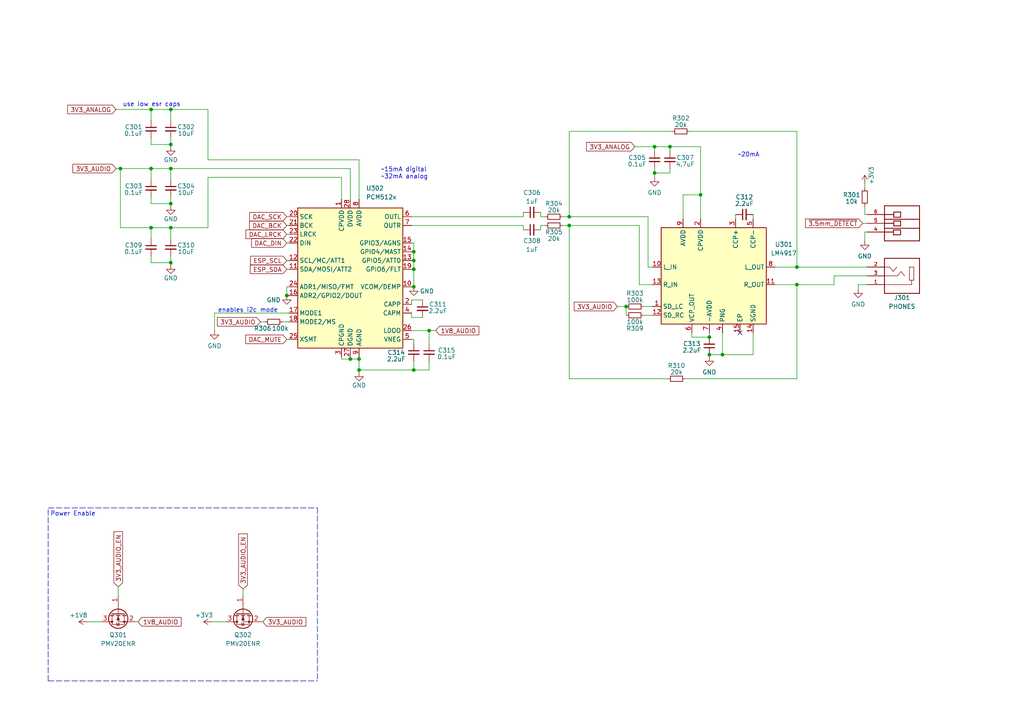
<source format=kicad_sch>
(kicad_sch (version 20211123) (generator eeschema)
  (paper "A4")
  (title_block (date "2022-09-04") (rev "1"))
  (lib_symbols
    (symbol "Audio:PCM5121PW"
      (property "Reference" "U" (at -13.97 21.59 0))
      (property "Value" "PCM5121PW" (at 10.16 21.59 0))
      (symbol "PCM5121PW_0_1"
        (rectangle (start -15.24 20.32) (end 15.24 -20.32) (stroke (width 0.254)) (fill (type background)))
      )
      (symbol "PCM5121PW_1_1"
        (pin power_in line (at -2.54 22.86 270) (length 2.54) (name "CPVDD") (number "1"))
        (pin bidirectional line (at 17.78 -2.54 180) (length 2.54) (name "VCOM/DEMP") (number "10"))
        (pin bidirectional line (at -17.78 2.54 0) (length 2.54) (name "SDA/MOSI/ATT2") (number "11"))
        (pin input line (at -17.78 5.08 0) (length 2.54) (name "SCL/MC/ATT1") (number "12"))
        (pin bidirectional line (at 17.78 5.08 180) (length 2.54) (name "GPIO5/ATT0") (number "13"))
        (pin bidirectional line (at 17.78 7.62 180) (length 2.54) (name "GPIO4/MAST") (number "14"))
        (pin bidirectional line (at 17.78 10.16 180) (length 2.54) (name "GPIO3/AGNS") (number "15"))
        (pin bidirectional line (at -17.78 -5.08 0) (length 2.54) (name "ADR2/GPIO2/DOUT") (number "16"))
        (pin input line (at -17.78 -10.16 0) (length 2.54) (name "MODE1") (number "17"))
        (pin input line (at -17.78 -12.7 0) (length 2.54) (name "MODE2/MS") (number "18"))
        (pin bidirectional line (at 17.78 2.54 180) (length 2.54) (name "GPIO6/FLT") (number "19"))
        (pin passive line (at 17.78 -7.62 180) (length 2.54) (name "CAPP") (number "2"))
        (pin input line (at -17.78 17.78 0) (length 2.54) (name "SCK") (number "20"))
        (pin bidirectional line (at -17.78 15.24 0) (length 2.54) (name "BCK") (number "21"))
        (pin input line (at -17.78 10.16 0) (length 2.54) (name "DIN") (number "22"))
        (pin bidirectional line (at -17.78 12.7 0) (length 2.54) (name "LRCK") (number "23"))
        (pin bidirectional line (at -17.78 -2.54 0) (length 2.54) (name "ADR1/MISO/FMT") (number "24"))
        (pin input line (at -17.78 -17.78 0) (length 2.54) (name "XSMT") (number "25"))
        (pin passive line (at 17.78 -15.24 180) (length 2.54) (name "LDOO") (number "26"))
        (pin power_in line (at 0 -22.86 90) (length 2.54) (name "DGND") (number "27"))
        (pin power_in line (at 0 22.86 270) (length 2.54) (name "DVDD") (number "28"))
        (pin power_in line (at -2.54 -22.86 90) (length 2.54) (name "CPGND") (number "3"))
        (pin passive line (at 17.78 -10.16 180) (length 2.54) (name "CAPM") (number "4"))
        (pin passive line (at 17.78 -17.78 180) (length 2.54) (name "VNEG") (number "5"))
        (pin output line (at 17.78 17.78 180) (length 2.54) (name "OUTL") (number "6"))
        (pin output line (at 17.78 15.24 180) (length 2.54) (name "OUTR") (number "7"))
        (pin power_in line (at 2.54 22.86 270) (length 2.54) (name "AVDD") (number "8"))
        (pin power_in line (at 2.54 -22.86 90) (length 2.54) (name "AGND") (number "9"))
      )
    )
    (symbol "Device:C_Small" (pin_numbers hide) (pin_names (offset 0.254) hide)
      (property "Reference" "C" (at 0.254 1.778 0))
      (property "Value" "C_Small" (at 0.254 -2.032 0))
      (symbol "C_Small_0_1"
        (polyline (pts (xy -1.524 -0.508) (xy 1.524 -0.508)) (stroke (width 0.3302)))
        (polyline (pts (xy -1.524 0.508) (xy 1.524 0.508)) (stroke (width 0.3048)))
      )
      (symbol "C_Small_1_1"
        (pin passive line (at 0 2.54 270) (length 2.032) (name "~") (number "1"))
        (pin passive line (at 0 -2.54 90) (length 2.032) (name "~") (number "2"))
      )
    )
    (symbol "Device:R_Small" (pin_numbers hide) (pin_names (offset 0.254) hide)
      (property "Reference" "R" (at 0.762 0.508 0))
      (property "Value" "R_Small" (at 0.762 -1.016 0))
      (symbol "R_Small_0_1"
        (rectangle (start -0.762 1.778) (end 0.762 -1.778) (stroke (width 0.2032)))
      )
      (symbol "R_Small_1_1"
        (pin passive line (at 0 2.54 270) (length 0.762) (name "~") (number "1"))
        (pin passive line (at 0 -2.54 90) (length 0.762) (name "~") (number "2"))
      )
    )
    (symbol "Transistor_FET:2N7002" (pin_names hide)
      (property "Reference" "Q" (at 5.08 1.905 0))
      (property "Value" "2N7002" (at 5.08 0 0))
      (symbol "2N7002_0_1"
        (polyline (pts (xy 0.254 0) (xy -2.54 0)))
        (polyline (pts (xy 0.254 1.905) (xy 0.254 -1.905)) (stroke (width 0.254)))
        (polyline (pts (xy 0.762 -1.27) (xy 0.762 -2.286)) (stroke (width 0.254)))
        (polyline (pts (xy 0.762 0.508) (xy 0.762 -0.508)) (stroke (width 0.254)))
        (polyline (pts (xy 0.762 2.286) (xy 0.762 1.27)) (stroke (width 0.254)))
        (polyline (pts (xy 2.54 2.54) (xy 2.54 1.778)))
        (polyline (pts (xy 2.54 -2.54) (xy 2.54 0) (xy 0.762 0)))
        (polyline (pts (xy 0.762 -1.778) (xy 3.302 -1.778) (xy 3.302 1.778) (xy 0.762 1.778)))
        (polyline (pts (xy 1.016 0) (xy 2.032 0.381) (xy 2.032 -0.381) (xy 1.016 0)) (fill (type outline)))
        (polyline (pts (xy 2.794 0.508) (xy 2.921 0.381) (xy 3.683 0.381) (xy 3.81 0.254)))
        (polyline (pts (xy 3.302 0.381) (xy 2.921 -0.254) (xy 3.683 -0.254) (xy 3.302 0.381)))
        (circle (center 1.651 0) (radius 2.794) (stroke (width 0.254)))
        (circle (center 2.54 -1.778) (radius 0.254) (fill (type outline)))
        (circle (center 2.54 1.778) (radius 0.254) (fill (type outline)))
      )
      (symbol "2N7002_1_1"
        (pin input line (at -5.08 0 0) (length 2.54) (name "G") (number "1"))
        (pin passive line (at 2.54 -5.08 90) (length 2.54) (name "S") (number "2"))
        (pin passive line (at 2.54 5.08 270) (length 2.54) (name "D") (number "3"))
      )
    )
    (symbol "power:+1V8" (power) (pin_names (offset 0))
      (property "Value" "+1V8" (at 0 3.556 0))
      (symbol "+1V8_0_1"
        (polyline (pts (xy -0.762 1.27) (xy 0 2.54)))
        (polyline (pts (xy 0 0) (xy 0 2.54)))
        (polyline (pts (xy 0 2.54) (xy 0.762 1.27)))
      )
      (symbol "+1V8_1_1"
        (pin power_in line (at 0 0 90) (length 0) hide (name "+1V8") (number "1"))
      )
    )
    (symbol "power:+3V3" (power) (pin_names (offset 0))
      (property "Value" "+3V3" (at 0 3.556 0))
      (symbol "+3V3_0_1"
        (polyline (pts (xy -0.762 1.27) (xy 0 2.54)))
        (polyline (pts (xy 0 0) (xy 0 2.54)))
        (polyline (pts (xy 0 2.54) (xy 0.762 1.27)))
      )
      (symbol "+3V3_1_1"
        (pin power_in line (at 0 0 90) (length 0) hide (name "+3V3") (number "1"))
      )
    )
    (symbol "power:GND" (power) (pin_names (offset 0))
      (property "Value" "GND" (at 0 -3.81 0))
      (symbol "GND_0_1"
        (polyline (pts (xy 0 0) (xy 0 -1.27) (xy 1.27 -1.27) (xy 0 -2.54) (xy -1.27 -1.27) (xy 0 -1.27)))
      )
      (symbol "GND_1_1"
        (pin power_in line (at 0 0 270) (length 0) hide (name "GND") (number "1"))
      )
    )
    (symbol "symbols:LM4917"
      (property "Reference" "U" (at 0 0 0))
      (property "Value" "LM4917" (at 0 0 0))
      (symbol "LM4917_0_0"
        (pin power_in line (at -17.78 -2.54 0) (length 2.54) (name "R_IN") (number "13"))
        (pin power_in line (at 11.43 -16.51 90) (length 2.54) (name "SGND") (number "14"))
        (pin power_in line (at 7.62 -16.51 90) (length 2.54) (name "EP") (number "15"))
        (pin passive line (at 6.35 16.51 270) (length 2.54) (name "CCP+") (number "3"))
      )
      (symbol "LM4917_0_1"
        (rectangle (start -15.24 13.97) (end 15.24 -13.97) (stroke (width 0.254)) (fill (type background)))
      )
      (symbol "LM4917_1_1"
        (pin output line (at -17.78 -8.89 0) (length 2.54) (name "SD_LC") (number "1"))
        (pin output line (at -17.78 2.54 0) (length 2.54) (name "L_IN") (number "10"))
        (pin power_in line (at 17.78 -2.54 180) (length 2.54) (name "R_OUT") (number "11"))
        (pin power_in line (at -17.78 -11.43 0) (length 2.54) (name "SD_RC") (number "12"))
        (pin power_in line (at -3.81 16.51 270) (length 2.54) (name "CPVDD") (number "2"))
        (pin output line (at 2.54 -16.51 90) (length 2.54) (name "PNG") (number "4"))
        (pin output line (at 11.43 16.51 270) (length 2.54) (name "CCP-") (number "5"))
        (pin input line (at -6.35 -16.51 90) (length 2.54) (name "VCP_OUT") (number "6"))
        (pin power_in line (at -1.27 -16.51 90) (length 2.54) (name "-AVDD") (number "7"))
        (pin power_in line (at 17.78 2.54 180) (length 2.54) (name "L_OUT") (number "8"))
        (pin input line (at -8.89 16.51 270) (length 2.54) (name "AVDD") (number "9"))
      )
    )
    (symbol "symbols:SJ-3566AN" (pin_names (offset 1.016) hide)
      (property "Reference" "J301" (at 0 6.35 0))
      (property "Value" "PHONES" (at 0 8.89 0))
      (symbol "SJ-3566AN_0_0"
        (polyline (pts (xy -5.1054 -13.7922) (xy 5.0038 -13.7922)) (stroke (width 0.254)))
        (polyline (pts (xy -5.08 -20.32) (xy 5.08 -20.32)) (stroke (width 0.254)))
        (polyline (pts (xy -5.08 -10.16) (xy -5.08 -20.32)) (stroke (width 0.254)))
        (polyline (pts (xy -5.08 -5.08) (xy 5.08 -5.08)) (stroke (width 0.254)))
        (polyline (pts (xy -5.08 5.08) (xy -5.08 -5.08)) (stroke (width 0.254)))
        (polyline (pts (xy -3.429 -2.54) (xy -2.159 -2.54)) (stroke (width 0.1524)))
        (polyline (pts (xy -3.429 1.27) (xy -3.429 -2.54)) (stroke (width 0.1524)))
        (polyline (pts (xy -2.794 1.27) (xy -3.429 1.27)) (stroke (width 0.1524)))
        (polyline (pts (xy -2.794 1.27) (xy -2.794 2.54)) (stroke (width 0.1524)))
        (polyline (pts (xy -2.794 2.54) (xy 5.08 2.54)) (stroke (width 0.1524)))
        (polyline (pts (xy -2.159 -2.54) (xy -2.159 1.27)) (stroke (width 0.1524)))
        (polyline (pts (xy -2.159 1.27) (xy -2.794 1.27)) (stroke (width 0.1524)))
        (polyline (pts (xy 0.254 -1.27) (xy -0.762 0)) (stroke (width 0.1524)))
        (polyline (pts (xy 0.4064 -18.4912) (xy 0.4064 -16.9926)) (stroke (width 0.254)))
        (polyline (pts (xy 0.4064 -16.9926) (xy 2.3876 -16.9926)) (stroke (width 0.254)))
        (polyline (pts (xy 0.4064 -15.9004) (xy 0.4064 -14.5034)) (stroke (width 0.254)))
        (polyline (pts (xy 0.4064 -14.5034) (xy 2.3876 -14.5034)) (stroke (width 0.254)))
        (polyline (pts (xy 0.4064 -11.9126) (xy 0.4064 -13.3096)) (stroke (width 0.254)))
        (polyline (pts (xy 0.508 -13.3096) (xy 2.4892 -13.3096)) (stroke (width 0.254)))
        (polyline (pts (xy 1.27 0) (xy 0.254 -1.27)) (stroke (width 0.1524)))
        (polyline (pts (xy 1.524 -2.54) (xy 2.54 -1.27)) (stroke (width 0.1524)))
        (polyline (pts (xy 2.3876 -18.4912) (xy 0.4064 -18.4912)) (stroke (width 0.254)))
        (polyline (pts (xy 2.3876 -16.9926) (xy 2.3876 -18.4912)) (stroke (width 0.254)))
        (polyline (pts (xy 2.3876 -15.9004) (xy 0.4064 -15.9004)) (stroke (width 0.254)))
        (polyline (pts (xy 2.3876 -14.5034) (xy 2.3876 -15.9004)) (stroke (width 0.254)))
        (polyline (pts (xy 2.4892 -13.3096) (xy 2.4892 -11.9126)) (stroke (width 0.254)))
        (polyline (pts (xy 2.4892 -11.9126) (xy 0.508 -11.9126)) (stroke (width 0.254)))
        (polyline (pts (xy 2.54 -1.27) (xy 3.556 -2.54)) (stroke (width 0.1524)))
        (polyline (pts (xy 5.08 -20.32) (xy 5.08 -17.78)) (stroke (width 0.254)))
        (polyline (pts (xy 5.08 -17.78) (xy 2.54 -17.78)) (stroke (width 0.254)))
        (polyline (pts (xy 5.08 -17.78) (xy 5.08 -15.24)) (stroke (width 0.254)))
        (polyline (pts (xy 5.08 -15.24) (xy 2.54 -15.24)) (stroke (width 0.254)))
        (polyline (pts (xy 5.08 -15.24) (xy 5.08 -12.7)) (stroke (width 0.254)))
        (polyline (pts (xy 5.08 -12.7) (xy 2.54 -12.7)) (stroke (width 0.254)))
        (polyline (pts (xy 5.08 -12.7) (xy 5.08 -10.16)) (stroke (width 0.254)))
        (polyline (pts (xy 5.08 -10.16) (xy -5.08 -10.16)) (stroke (width 0.254)))
        (polyline (pts (xy 5.08 -5.08) (xy 5.08 -2.54)) (stroke (width 0.254)))
        (polyline (pts (xy 5.08 -2.54) (xy 3.556 -2.54)) (stroke (width 0.1524)))
        (polyline (pts (xy 5.08 -2.54) (xy 5.08 0)) (stroke (width 0.254)))
        (polyline (pts (xy 5.08 0) (xy 1.27 0)) (stroke (width 0.1524)))
        (polyline (pts (xy 5.08 0) (xy 5.08 2.54)) (stroke (width 0.254)))
        (polyline (pts (xy 5.08 2.54) (xy 5.08 5.08)) (stroke (width 0.254)))
        (polyline (pts (xy 5.08 5.08) (xy -5.08 5.08)) (stroke (width 0.254)))
        (polyline (pts (xy 5.1054 -16.4084) (xy -5.1054 -16.4084)) (stroke (width 0.254)))
        (pin passive line (at 10.16 2.54 180) (length 5.08) (name "~") (number "1"))
        (pin passive line (at 10.16 -2.54 180) (length 5.08) (name "~") (number "2"))
        (pin passive line (at 10.16 0 180) (length 5.08) (name "~") (number "3"))
        (pin passive line (at 10.16 -12.7 180) (length 5.08) (name "~") (number "4"))
        (pin passive line (at 10.16 -15.24 180) (length 5.08) (name "~") (number "5"))
        (pin passive line (at 10.16 -17.78 180) (length 5.08) (name "~") (number "6"))
      )
    )
  )
  (junction (at 120.015 83.185))
  (junction (at 120.015 75.565))
  (junction (at 120.015 73.025))
  (junction (at 49.53 31.75))
  (junction (at 205.74 102.87))
  (junction (at 104.14 107.315))
  (junction (at 189.865 42.545))
  (junction (at 49.53 41.91))
  (junction (at 34.925 48.895))
  (junction (at 189.865 50.165))
  (junction (at 101.6 104.14))
  (junction (at 49.53 76.2))
  (junction (at 231.14 82.55))
  (junction (at 49.53 59.055))
  (junction (at 203.2 56.515))
  (junction (at 209.55 102.87))
  (junction (at 104.14 104.14))
  (junction (at 205.74 97.79))
  (junction (at 124.46 95.885))
  (junction (at 120.015 78.105))
  (junction (at 120.015 107.315))
  (junction (at 194.31 42.545))
  (junction (at 165.1 65.405))
  (junction (at 49.53 48.895))
  (junction (at 43.815 66.04))
  (junction (at 43.815 48.895))
  (junction (at 181.61 88.9))
  (junction (at 43.815 31.75))
  (junction (at 49.53 66.04))
  (junction (at 83.185 85.725))
  (junction (at 165.1 62.865))
  (junction (at 231.14 77.47))
  (no_connect (at 214.63 96.52))
  (polyline (pts (xy 13.97 197.485) (xy 13.97 147.32)))
  (wire (pts (xy 250.825 67.31) (xy 250.825 69.85)))
  (wire (pts (xy 187.96 62.865) (xy 187.96 77.47)))
  (wire (pts (xy 156.845 65.405) (xy 156.845 66.675)))
  (wire (pts (xy 119.38 86.995) (xy 119.38 88.265)))
  (wire (pts (xy 119.38 75.565) (xy 120.015 75.565)))
  (wire (pts (xy 49.53 40.005) (xy 49.53 41.91)))
  (wire (pts (xy 251.46 62.23) (xy 250.825 62.23)))
  (wire (pts (xy 101.6 104.14) (xy 104.14 104.14)))
  (wire (pts (xy 251.46 67.31) (xy 250.825 67.31)))
  (wire (pts (xy 158.115 62.865) (xy 156.845 62.865)))
  (wire (pts (xy 231.14 82.55) (xy 231.14 109.855)))
  (wire (pts (xy 156.845 62.865) (xy 156.845 61.595)))
  (wire (pts (xy 151.765 65.405) (xy 151.765 66.675)))
  (wire (pts (xy 43.815 76.2) (xy 49.53 76.2)))
  (wire (pts (xy 231.14 109.855) (xy 198.755 109.855)))
  (wire (pts (xy 213.36 62.23) (xy 213.36 63.5)))
  (wire (pts (xy 224.79 82.55) (xy 231.14 82.55)))
  (wire (pts (xy 43.815 52.07) (xy 43.815 48.895)))
  (wire (pts (xy 43.815 41.91) (xy 49.53 41.91)))
  (polyline (pts (xy 13.97 197.485) (xy 92.075 197.485)))
  (wire (pts (xy 251.46 82.55) (xy 248.92 82.55)))
  (wire (pts (xy 60.325 31.75) (xy 60.325 46.355)))
  (wire (pts (xy 124.46 107.315) (xy 120.015 107.315)))
  (wire (pts (xy 119.38 95.885) (xy 124.46 95.885)))
  (wire (pts (xy 165.1 38.1) (xy 194.945 38.1)))
  (wire (pts (xy 70.485 170.815) (xy 70.485 172.72)))
  (wire (pts (xy 181.61 88.9) (xy 181.61 91.44)))
  (wire (pts (xy 61.595 180.34) (xy 65.405 180.34)))
  (wire (pts (xy 189.865 42.545) (xy 189.865 43.815)))
  (wire (pts (xy 34.29 170.18) (xy 34.29 172.72)))
  (wire (pts (xy 49.53 31.75) (xy 60.325 31.75)))
  (wire (pts (xy 33.655 31.75) (xy 43.815 31.75)))
  (wire (pts (xy 104.14 57.785) (xy 104.14 46.355)))
  (wire (pts (xy 25.4 180.34) (xy 29.21 180.34)))
  (wire (pts (xy 81.915 93.345) (xy 83.82 93.345)))
  (wire (pts (xy 49.53 76.835) (xy 49.53 76.2)))
  (wire (pts (xy 119.38 62.865) (xy 151.765 62.865)))
  (wire (pts (xy 40.005 180.34) (xy 39.37 180.34)))
  (wire (pts (xy 49.53 59.69) (xy 49.53 59.055)))
  (wire (pts (xy 218.44 96.52) (xy 218.44 102.87)))
  (wire (pts (xy 34.925 48.895) (xy 43.815 48.895)))
  (wire (pts (xy 49.53 31.75) (xy 43.815 31.75)))
  (wire (pts (xy 185.42 65.405) (xy 165.1 65.405)))
  (wire (pts (xy 83.185 62.865) (xy 83.82 62.865)))
  (wire (pts (xy 49.53 66.04) (xy 43.815 66.04)))
  (wire (pts (xy 99.06 104.14) (xy 101.6 104.14)))
  (wire (pts (xy 120.015 70.485) (xy 120.015 73.025)))
  (wire (pts (xy 241.935 82.55) (xy 241.935 80.01)))
  (wire (pts (xy 33.655 48.895) (xy 34.925 48.895)))
  (polyline (pts (xy 13.97 147.32) (xy 92.075 147.32)))
  (wire (pts (xy 83.185 83.185) (xy 83.185 85.725)))
  (wire (pts (xy 49.53 57.15) (xy 49.53 59.055)))
  (wire (pts (xy 179.07 88.9) (xy 181.61 88.9)))
  (wire (pts (xy 122.555 92.075) (xy 119.38 92.075)))
  (wire (pts (xy 165.1 62.865) (xy 163.195 62.865)))
  (wire (pts (xy 119.38 73.025) (xy 120.015 73.025)))
  (polyline (pts (xy 92.075 147.32) (xy 92.075 197.485)))
  (wire (pts (xy 158.115 65.405) (xy 156.845 65.405)))
  (wire (pts (xy 185.42 65.405) (xy 185.42 82.55)))
  (wire (pts (xy 124.46 104.775) (xy 124.46 107.315)))
  (wire (pts (xy 83.185 83.185) (xy 83.82 83.185)))
  (wire (pts (xy 184.15 42.545) (xy 189.865 42.545)))
  (wire (pts (xy 120.015 78.105) (xy 120.015 83.185)))
  (wire (pts (xy 49.53 74.295) (xy 49.53 76.2)))
  (wire (pts (xy 43.815 74.295) (xy 43.815 76.2)))
  (wire (pts (xy 34.925 48.895) (xy 34.925 66.04)))
  (wire (pts (xy 49.53 69.215) (xy 49.53 66.04)))
  (wire (pts (xy 43.815 40.005) (xy 43.815 41.91)))
  (wire (pts (xy 49.53 34.925) (xy 49.53 31.75)))
  (wire (pts (xy 250.825 53.34) (xy 250.825 54.61)))
  (wire (pts (xy 76.2 180.34) (xy 75.565 180.34)))
  (wire (pts (xy 194.31 48.895) (xy 194.31 50.165)))
  (wire (pts (xy 120.015 104.775) (xy 120.015 107.315)))
  (wire (pts (xy 119.38 98.425) (xy 120.015 98.425)))
  (wire (pts (xy 165.1 62.865) (xy 165.1 38.1)))
  (wire (pts (xy 43.815 34.925) (xy 43.815 31.75)))
  (wire (pts (xy 165.1 109.855) (xy 165.1 65.405)))
  (wire (pts (xy 231.14 82.55) (xy 241.935 82.55)))
  (wire (pts (xy 194.31 42.545) (xy 203.2 42.545)))
  (wire (pts (xy 75.565 93.345) (xy 76.835 93.345)))
  (wire (pts (xy 49.53 52.07) (xy 49.53 48.895)))
  (wire (pts (xy 209.55 102.87) (xy 205.74 102.87)))
  (wire (pts (xy 224.79 77.47) (xy 231.14 77.47)))
  (wire (pts (xy 203.2 42.545) (xy 203.2 56.515)))
  (wire (pts (xy 43.815 57.15) (xy 43.815 59.055)))
  (wire (pts (xy 165.1 65.405) (xy 163.195 65.405)))
  (wire (pts (xy 189.865 50.165) (xy 189.865 51.435)))
  (wire (pts (xy 83.185 67.945) (xy 83.82 67.945)))
  (wire (pts (xy 60.325 66.04) (xy 60.325 51.435)))
  (wire (pts (xy 120.015 107.315) (xy 104.14 107.315)))
  (wire (pts (xy 62.23 90.805) (xy 62.23 95.885)))
  (wire (pts (xy 186.69 91.44) (xy 189.23 91.44)))
  (wire (pts (xy 248.92 82.55) (xy 248.92 83.82)))
  (wire (pts (xy 119.38 92.075) (xy 119.38 90.805)))
  (wire (pts (xy 83.185 78.105) (xy 83.82 78.105)))
  (wire (pts (xy 200.66 96.52) (xy 200.66 97.79)))
  (wire (pts (xy 205.74 103.505) (xy 205.74 102.87)))
  (wire (pts (xy 49.53 48.895) (xy 43.815 48.895)))
  (wire (pts (xy 120.015 83.185) (xy 119.38 83.185)))
  (wire (pts (xy 49.53 42.545) (xy 49.53 41.91)))
  (wire (pts (xy 83.185 98.425) (xy 83.82 98.425)))
  (wire (pts (xy 198.12 63.5) (xy 198.12 56.515)))
  (wire (pts (xy 218.44 62.23) (xy 218.44 63.5)))
  (wire (pts (xy 120.015 75.565) (xy 120.015 78.105)))
  (wire (pts (xy 231.14 77.47) (xy 251.46 77.47)))
  (wire (pts (xy 101.6 57.785) (xy 101.6 48.895)))
  (wire (pts (xy 99.06 51.435) (xy 99.06 57.785)))
  (wire (pts (xy 62.23 90.805) (xy 83.82 90.805)))
  (wire (pts (xy 209.55 96.52) (xy 209.55 102.87)))
  (wire (pts (xy 60.325 51.435) (xy 99.06 51.435)))
  (wire (pts (xy 43.815 69.215) (xy 43.815 66.04)))
  (wire (pts (xy 49.53 66.04) (xy 60.325 66.04)))
  (wire (pts (xy 209.55 102.87) (xy 218.44 102.87)))
  (wire (pts (xy 198.12 56.515) (xy 203.2 56.515)))
  (wire (pts (xy 231.14 38.1) (xy 231.14 77.47)))
  (wire (pts (xy 200.025 38.1) (xy 231.14 38.1)))
  (wire (pts (xy 250.19 64.77) (xy 251.46 64.77)))
  (wire (pts (xy 205.74 97.79) (xy 205.74 96.52)))
  (wire (pts (xy 104.14 104.14) (xy 104.14 107.315)))
  (wire (pts (xy 120.015 98.425) (xy 120.015 99.695)))
  (wire (pts (xy 120.015 73.025) (xy 120.015 75.565)))
  (wire (pts (xy 83.185 75.565) (xy 83.82 75.565)))
  (wire (pts (xy 101.6 103.505) (xy 101.6 104.14)))
  (wire (pts (xy 119.38 70.485) (xy 120.015 70.485)))
  (wire (pts (xy 189.23 82.55) (xy 185.42 82.55)))
  (wire (pts (xy 187.96 77.47) (xy 189.23 77.47)))
  (wire (pts (xy 124.46 99.695) (xy 124.46 95.885)))
  (wire (pts (xy 126.365 95.885) (xy 124.46 95.885)))
  (wire (pts (xy 83.185 85.725) (xy 83.82 85.725)))
  (wire (pts (xy 187.96 62.865) (xy 165.1 62.865)))
  (wire (pts (xy 119.38 78.105) (xy 120.015 78.105)))
  (wire (pts (xy 60.325 46.355) (xy 104.14 46.355)))
  (wire (pts (xy 189.865 48.895) (xy 189.865 50.165)))
  (wire (pts (xy 203.2 56.515) (xy 203.2 63.5)))
  (wire (pts (xy 43.815 59.055) (xy 49.53 59.055)))
  (wire (pts (xy 104.14 103.505) (xy 104.14 104.14)))
  (wire (pts (xy 119.38 65.405) (xy 151.765 65.405)))
  (wire (pts (xy 99.06 103.505) (xy 99.06 104.14)))
  (wire (pts (xy 101.6 48.895) (xy 49.53 48.895)))
  (wire (pts (xy 200.66 97.79) (xy 205.74 97.79)))
  (wire (pts (xy 241.935 80.01) (xy 251.46 80.01)))
  (wire (pts (xy 194.31 42.545) (xy 194.31 43.815)))
  (wire (pts (xy 194.31 50.165) (xy 189.865 50.165)))
  (wire (pts (xy 43.815 66.04) (xy 34.925 66.04)))
  (wire (pts (xy 83.185 65.405) (xy 83.82 65.405)))
  (wire (pts (xy 122.555 86.995) (xy 119.38 86.995)))
  (wire (pts (xy 151.765 62.865) (xy 151.765 61.595)))
  (wire (pts (xy 189.865 42.545) (xy 194.31 42.545)))
  (wire (pts (xy 104.14 107.315) (xy 104.14 107.95)))
  (wire (pts (xy 250.825 62.23) (xy 250.825 59.69)))
  (wire (pts (xy 193.675 109.855) (xy 165.1 109.855)))
  (wire (pts (xy 186.69 88.9) (xy 189.23 88.9)))
  (wire (pts (xy 83.185 70.485) (xy 83.82 70.485)))
  (text "~20mA" (at 213.995 45.72 0) (effects (font (size 1.27 1.27)) (justify left bottom)))
  (text "Power Enable" (at 14.605 149.86 0) (effects (font (size 1.27 1.27)) (justify left bottom)))
  (text "~15mA digital\n~32mA analog" (at 110.49 52.07 0) (effects (font (size 1.27 1.27)) (justify left bottom)))
  (text "use low esr caps" (at 35.56 31.115 0) (effects (font (size 1.27 1.27)) (justify left bottom)))
  (text "enables i2c mode" (at 80.645 90.805 180) (effects (font (size 1.27 1.27)) (justify right bottom)))
  (global_label "DAC_MUTE" (shape input) (at 83.185 98.425 180) (property "Intersheet References" "${INTERSHEET_REFS}" (effects hide)))
  (global_label "3V3_AUDIO" (shape input) (at 75.565 93.345 180) (property "Intersheet References" "${INTERSHEET_REFS}" (effects hide)))
  (global_label "ESP_SDA" (shape input) (at 83.185 78.105 180) (property "Intersheet References" "${INTERSHEET_REFS}" (effects hide)))
  (global_label "3V3_AUDIO_EN" (shape input) (at 34.29 170.18 90) (property "Intersheet References" "${INTERSHEET_REFS}" (effects hide)))
  (global_label "3V3_ANALOG" (shape input) (at 184.15 42.545 180) (property "Intersheet References" "${INTERSHEET_REFS}" (effects hide)))
  (global_label "1V8_AUDIO" (shape input) (at 126.365 95.885 0) (property "Intersheet References" "${INTERSHEET_REFS}" (effects hide)))
  (global_label "DAC_DIN" (shape input) (at 83.185 70.485 180) (property "Intersheet References" "${INTERSHEET_REFS}" (effects hide)))
  (global_label "DAC_BCK" (shape input) (at 83.185 65.405 180) (property "Intersheet References" "${INTERSHEET_REFS}" (effects hide)))
  (global_label "3V3_AUDIO" (shape input) (at 76.2 180.34 0) (property "Intersheet References" "${INTERSHEET_REFS}" (effects hide)))
  (global_label "ESP_SCL" (shape input) (at 83.185 75.565 180) (property "Intersheet References" "${INTERSHEET_REFS}" (effects hide)))
  (global_label "1V8_AUDIO" (shape input) (at 40.005 180.34 0) (property "Intersheet References" "${INTERSHEET_REFS}" (effects hide)))
  (global_label "3V3_AUDIO_EN" (shape input) (at 70.485 170.815 90) (property "Intersheet References" "${INTERSHEET_REFS}" (effects hide)))
  (global_label "DAC_LRCK" (shape input) (at 83.185 67.945 180) (property "Intersheet References" "${INTERSHEET_REFS}" (effects hide)))
  (global_label "3V3_AUDIO" (shape input) (at 179.07 88.9 180) (property "Intersheet References" "${INTERSHEET_REFS}" (effects hide)))
  (global_label "DAC_SCK" (shape input) (at 83.185 62.865 180) (property "Intersheet References" "${INTERSHEET_REFS}" (effects hide)))
  (global_label "3V3_AUDIO" (shape input) (at 33.655 48.895 180) (property "Intersheet References" "${INTERSHEET_REFS}" (effects hide)))
  (global_label "3V3_ANALOG" (shape input) (at 33.655 31.75 180) (property "Intersheet References" "${INTERSHEET_REFS}" (effects hide)))
  (global_label "~{3.5mm_DETECT}" (shape input) (at 250.19 64.77 180) (property "Intersheet References" "${INTERSHEET_REFS}" (effects hide)))
  (symbol (lib_id "Device:C_Small") (at 49.53 37.465 0) (unit 1)
    (property "Reference" "C302" (at 53.975 36.83 0))
    (property "Value" "10uF" (at 53.975 38.735 0))
    (property "Footprint" "Capacitor_SMD:C_0805_2012Metric" (effects hide))
    (property "PN" "EMK212ABJ106KG-T" (effects hide))
  )
  (symbol (lib_id "power:GND") (at 104.14 107.95 0) (unit 1)
    (property "Reference" "#PWR0313" (effects hide))
    (property "Value" "GND" (at 104.14 111.76 0))
  )
  (symbol (lib_id "power:GND") (at 83.185 85.725 0) (unit 1)
    (property "Reference" "#PWR0310" (effects hide))
    (property "Value" "GND" (at 79.375 86.995 0))
  )
  (symbol (lib_id "Device:C_Small") (at 49.53 71.755 0) (unit 1)
    (property "Reference" "C310" (at 53.975 71.12 0))
    (property "Value" "10uF" (at 53.975 73.025 0))
    (property "Footprint" "Capacitor_SMD:C_0805_2012Metric" (effects hide))
    (property "PN" "EMK212ABJ106KG-T" (effects hide))
  )
  (symbol (lib_id "Device:C_Small") (at 124.46 102.235 0) (unit 1)
    (property "Reference" "C315" (at 129.54 101.6 0))
    (property "Value" "0.1uF" (at 129.54 103.505 0))
    (property "Footprint" "Capacitor_SMD:C_0805_2012Metric" (effects hide))
    (property "PN" "0805YD104KAT2A" (effects hide))
  )
  (symbol (lib_id "Device:C_Small") (at 122.555 89.535 0) (unit 1)
    (property "Reference" "C311" (at 127 88.265 0))
    (property "Value" "2.2uF" (at 127 90.17 0))
    (property "Footprint" "Capacitor_SMD:C_0805_2012Metric" (effects hide))
    (property "PN" "EMK212BJ225KGHT" (effects hide))
  )
  (symbol (lib_id "Device:R_Small") (at 184.15 91.44 90) (mirror x) (unit 1)
    (property "Reference" "R309" (at 184.15 95.25 90))
    (property "Value" "100k" (at 184.15 93.345 90))
    (property "Footprint" "Resistor_SMD:R_0603_1608Metric" (effects hide))
    (property "PN" "RC0603JR-10100KL" (effects hide))
  )
  (symbol (lib_id "Device:R_Small") (at 196.215 109.855 90) (unit 1)
    (property "Reference" "R310" (at 196.215 106.045 90))
    (property "Value" "20k" (at 196.215 107.95 90))
    (property "Footprint" "Resistor_SMD:R_0603_1608Metric" (effects hide))
    (property "PN" "AC0603FR-0720KL" (effects hide))
  )
  (symbol (lib_id "power:+1V8") (at 25.4 180.34 90) (unit 1)
    (property "Reference" "#PWR0316" (effects hide))
    (property "Value" "+1V8" (at 25.4 178.435 90) (effects (justify left)))
  )
  (symbol (lib_id "Device:R_Small") (at 160.655 62.865 90) (unit 1)
    (property "Reference" "R304" (at 160.655 59.055 90))
    (property "Value" "20k" (at 160.655 60.96 90))
    (property "Footprint" "Resistor_SMD:R_0603_1608Metric" (effects hide))
    (property "PN" "AC0603FR-0720KL" (effects hide))
  )
  (symbol (lib_id "power:GND") (at 49.53 76.835 0) (unit 1)
    (property "Reference" "#PWR0306" (effects hide))
    (property "Value" "GND" (at 49.53 80.645 0))
  )
  (symbol (lib_id "Device:R_Small") (at 79.375 93.345 90) (unit 1)
    (property "Reference" "R306" (at 76.2 95.25 90))
    (property "Value" "100k" (at 81.28 95.25 90))
    (property "Footprint" "Resistor_SMD:R_0603_1608Metric" (effects hide))
    (property "PN" "RC0603JR-10100KL" (effects hide))
  )
  (symbol (lib_id "Device:C_Small") (at 120.015 102.235 0) (unit 1)
    (property "Reference" "C314" (at 114.935 102.235 0))
    (property "Value" "2.2uF" (at 114.935 104.14 0))
    (property "Footprint" "Capacitor_SMD:C_0805_2012Metric" (effects hide))
    (property "PN" "EMK212BJ225KGHT" (effects hide))
  )
  (symbol (lib_id "Device:C_Small") (at 49.53 54.61 0) (unit 1)
    (property "Reference" "C304" (at 53.975 53.975 0))
    (property "Value" "10uF" (at 53.975 55.88 0))
    (property "Footprint" "Capacitor_SMD:C_0805_2012Metric" (effects hide))
    (property "PN" "EMK212ABJ106KG-T" (effects hide))
  )
  (symbol (lib_id "power:GND") (at 62.23 95.885 0) (unit 1)
    (property "Reference" "#PWR0311" (effects hide))
    (property "Value" "GND" (at 62.23 100.33 0))
  )
  (symbol (lib_id "Transistor_FET:2N7002") (at 34.29 177.8 90) (mirror x) (unit 1)
    (property "Reference" "Q301" (at 34.29 184.15 90))
    (property "Value" "PMV20ENR" (at 34.29 186.69 90))
    (property "Footprint" "Package_TO_SOT_SMD:SOT-23" (effects hide))
    (property "Datasheet" "https://www.onsemi.com/pub/Collateral/NDS7002A-D.PDF" (effects hide))
    (property "PN" "PMV20ENR" (effects hide))
  )
  (symbol (lib_id "power:GND") (at 248.92 83.82 0) (unit 1)
    (property "Reference" "#PWR0308" (effects hide))
    (property "Value" "GND" (at 248.92 88.265 0))
  )
  (symbol (lib_id "power:GND") (at 49.53 42.545 0) (unit 1)
    (property "Reference" "#PWR0301" (effects hide))
    (property "Value" "GND" (at 49.53 46.355 0))
  )
  (symbol (lib_id "power:GND") (at 120.015 83.185 0) (unit 1)
    (property "Reference" "#PWR0307" (effects hide))
    (property "Value" "GND" (at 123.825 84.455 0))
  )
  (symbol (lib_id "Device:C_Small") (at 194.31 46.355 0) (unit 1)
    (property "Reference" "C307" (at 198.755 45.72 0))
    (property "Value" "4.7uF" (at 198.755 47.625 0))
    (property "Footprint" "Capacitor_SMD:C_0805_2012Metric" (effects hide))
    (property "PN" "EMK212BJ475KD-T" (effects hide))
  )
  (symbol (lib_id "Device:C_Small") (at 189.865 46.355 0) (unit 1)
    (property "Reference" "C305" (at 184.785 45.72 0))
    (property "Value" "0.1uF" (at 184.785 47.625 0))
    (property "Footprint" "Capacitor_SMD:C_0805_2012Metric" (effects hide))
    (property "PN" "0805YD104KAT2A" (effects hide))
  )
  (symbol (lib_id "Device:C_Small") (at 215.9 62.23 90) (unit 1)
    (property "Reference" "C312" (at 215.9 57.15 90))
    (property "Value" "2.2uF" (at 215.9 59.055 90))
    (property "Footprint" "Capacitor_SMD:C_0603_1608Metric" (effects hide))
    (property "PN" "EMK212BJ225KGHT" (effects hide))
  )
  (symbol (lib_id "power:+3V3") (at 250.825 53.34 0) (unit 1)
    (property "Reference" "#PWR0302" (effects hide))
    (property "Value" "+3V3" (at 252.73 48.26 90) (effects (justify right)))
  )
  (symbol (lib_id "power:GND") (at 250.825 69.85 0) (unit 1)
    (property "Reference" "#PWR0305" (effects hide))
    (property "Value" "GND" (at 250.825 74.295 0))
  )
  (symbol (lib_id "power:GND") (at 205.74 103.505 0) (unit 1)
    (property "Reference" "#PWR0122" (effects hide))
    (property "Value" "GND" (at 205.74 107.95 0))
  )
  (symbol (lib_id "Device:R_Small") (at 250.825 57.15 180) (unit 1)
    (property "Reference" "R301" (at 247.015 56.515 0))
    (property "Value" "10k" (at 247.015 58.42 0))
    (property "Footprint" "Resistor_SMD:R_0603_1608Metric" (effects hide))
    (property "PN" "AC0603JR-0710KL" (effects hide))
  )
  (symbol (lib_id "symbols:SJ-3566AN") (at 261.62 80.01 180) (unit 1)
    (property "Reference" "J301" (at 261.62 86.36 0))
    (property "Value" "PHONES" (at 261.62 88.9 0))
    (property "Footprint" "footprints:CUI_SJ-3566AN" (effects hide))
    (property "PN" "SJ-3566AN" (effects hide))
  )
  (symbol (lib_id "Transistor_FET:2N7002") (at 70.485 177.8 90) (mirror x) (unit 1)
    (property "Reference" "Q302" (at 70.485 184.15 90))
    (property "Value" "PMV20ENR" (at 70.485 186.69 90))
    (property "Footprint" "Package_TO_SOT_SMD:SOT-23" (effects hide))
    (property "Datasheet" "https://www.onsemi.com/pub/Collateral/NDS7002A-D.PDF" (effects hide))
    (property "PN" "PMV20ENR" (effects hide))
  )
  (symbol (lib_id "power:GND") (at 189.865 51.435 0) (unit 1)
    (property "Reference" "#PWR0123" (effects hide))
    (property "Value" "GND" (at 189.865 55.88 0))
  )
  (symbol (lib_id "Device:C_Small") (at 154.305 66.675 90) (unit 1)
    (property "Reference" "C308" (at 154.305 69.85 90))
    (property "Value" "1uF" (at 154.305 72.39 90))
    (property "Footprint" "Diode_SMD:D_1206_3216Metric" (effects hide))
    (property "PN" "T491A105M016AT" (effects hide))
  )
  (symbol (lib_id "power:GND") (at 49.53 59.69 0) (unit 1)
    (property "Reference" "#PWR0304" (effects hide))
    (property "Value" "GND" (at 49.53 63.5 0))
  )
  (symbol (lib_id "Device:C_Small") (at 43.815 71.755 0) (unit 1)
    (property "Reference" "C309" (at 38.735 71.12 0))
    (property "Value" "0.1uF" (at 38.735 73.025 0))
    (property "Footprint" "Capacitor_SMD:C_0805_2012Metric" (effects hide))
    (property "PN" "0805YD104KAT2A" (effects hide))
  )
  (symbol (lib_id "Device:R_Small") (at 184.15 88.9 90) (unit 1)
    (property "Reference" "R303" (at 184.15 85.09 90))
    (property "Value" "100k" (at 184.15 86.995 90))
    (property "Footprint" "Resistor_SMD:R_0603_1608Metric" (effects hide))
    (property "PN" "RC0603JR-10100KL" (effects hide))
  )
  (symbol (lib_id "Device:C_Small") (at 154.305 61.595 90) (unit 1)
    (property "Reference" "C306" (at 154.305 55.88 90))
    (property "Value" "1uF" (at 154.305 58.42 90))
    (property "Footprint" "Diode_SMD:D_1206_3216Metric" (effects hide))
    (property "PN" "T491A105M016AT" (effects hide))
  )
  (symbol (lib_id "Device:C_Small") (at 43.815 54.61 0) (unit 1)
    (property "Reference" "C303" (at 38.735 53.975 0))
    (property "Value" "0.1uF" (at 38.735 55.88 0))
    (property "Footprint" "Capacitor_SMD:C_0805_2012Metric" (effects hide))
    (property "PN" "0805YD104KAT2A" (effects hide))
  )
  (symbol (lib_id "Device:R_Small") (at 160.655 65.405 270) (unit 1)
    (property "Reference" "R305" (at 160.655 67.31 90))
    (property "Value" "20k" (at 160.655 69.215 90))
    (property "Footprint" "Resistor_SMD:R_0603_1608Metric" (effects hide))
    (property "PN" "AC0603FR-0720KL" (effects hide))
  )
  (symbol (lib_id "symbols:LM4917") (at 207.01 80.01 0) (unit 1)
    (property "Reference" "U301" (at 227.33 70.8912 0))
    (property "Value" "LM4917" (at 227.33 73.4312 0))
    (property "Footprint" "footprints:SOIC-14" (effects hide))
    (property "PN" "LM4917" (effects hide))
  )
  (symbol (lib_id "Device:R_Small") (at 197.485 38.1 90) (unit 1)
    (property "Reference" "R302" (at 197.485 34.29 90))
    (property "Value" "20k" (at 197.485 36.195 90))
    (property "Footprint" "Resistor_SMD:R_0603_1608Metric" (effects hide))
    (property "PN" "AC0603FR-0720KL" (effects hide))
  )
  (symbol (lib_id "Audio:PCM5121PW") (at 101.6 80.645 0) (unit 1)
    (property "Reference" "U302" (at 106.1594 54.61 0) (effects (justify left)))
    (property "Value" "PCM512x" (at 106.1594 57.15 0) (effects (justify left)))
    (property "Footprint" "Package_SO:TSSOP-28_4.4x9.7mm_P0.65mm" (effects hide))
    (property "Datasheet" "http://www.ti.com/lit/ds/symlink/pcm5121.pdf" (effects hide))
    (property "PN" "PCM512x" (effects hide))
  )
  (symbol (lib_id "power:+3V3") (at 61.595 180.34 90) (unit 1)
    (property "Reference" "#PWR0317" (effects hide))
    (property "Value" "+3V3" (at 56.515 178.435 90) (effects (justify right)))
  )
  (symbol (lib_id "Device:C_Small") (at 205.74 100.33 180) (unit 1)
    (property "Reference" "C313" (at 200.66 99.695 0))
    (property "Value" "2.2uF" (at 200.66 101.6 0))
    (property "Footprint" "Capacitor_SMD:C_0805_2012Metric" (effects hide))
    (property "PN" "EMK212BJ225KGHT" (effects hide))
  )
  (symbol (lib_id "Device:C_Small") (at 43.815 37.465 0) (unit 1)
    (property "Reference" "C301" (at 38.735 36.83 0))
    (property "Value" "0.1uF" (at 38.735 38.735 0))
    (property "Footprint" "Capacitor_SMD:C_0805_2012Metric" (effects hide))
    (property "PN" "0805YD104KAT2A" (effects hide))
  )
)
</source>
